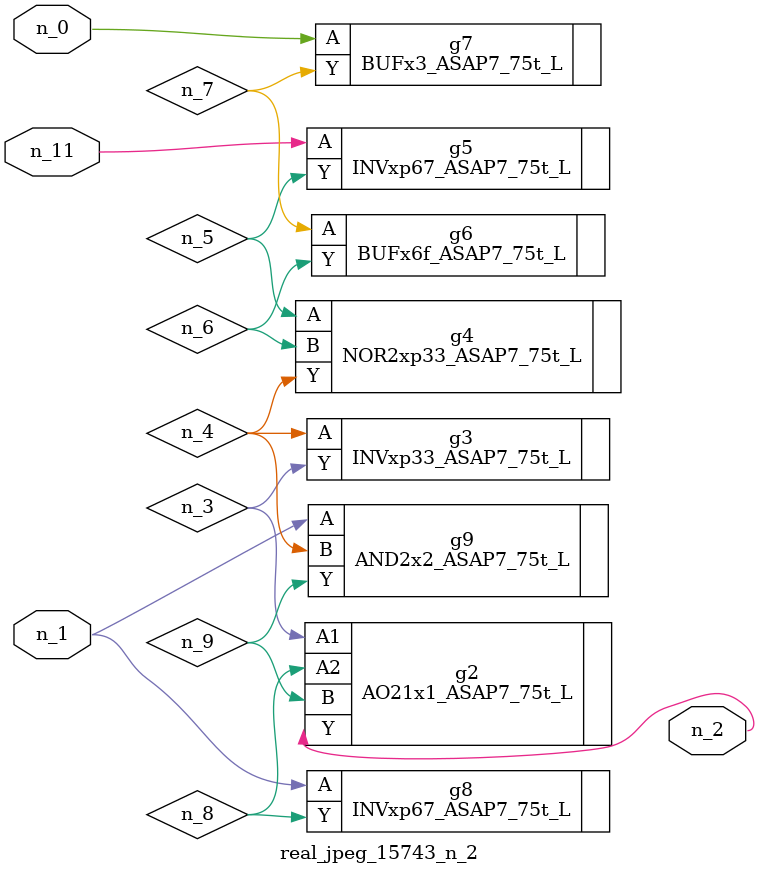
<source format=v>
module real_jpeg_15743_n_2 (n_1, n_11, n_0, n_2);

input n_1;
input n_11;
input n_0;

output n_2;

wire n_5;
wire n_8;
wire n_4;
wire n_6;
wire n_7;
wire n_3;
wire n_9;

BUFx3_ASAP7_75t_L g7 ( 
.A(n_0),
.Y(n_7)
);

INVxp67_ASAP7_75t_L g8 ( 
.A(n_1),
.Y(n_8)
);

AND2x2_ASAP7_75t_L g9 ( 
.A(n_1),
.B(n_4),
.Y(n_9)
);

AO21x1_ASAP7_75t_L g2 ( 
.A1(n_3),
.A2(n_8),
.B(n_9),
.Y(n_2)
);

INVxp33_ASAP7_75t_L g3 ( 
.A(n_4),
.Y(n_3)
);

NOR2xp33_ASAP7_75t_L g4 ( 
.A(n_5),
.B(n_6),
.Y(n_4)
);

BUFx6f_ASAP7_75t_L g6 ( 
.A(n_7),
.Y(n_6)
);

INVxp67_ASAP7_75t_L g5 ( 
.A(n_11),
.Y(n_5)
);


endmodule
</source>
